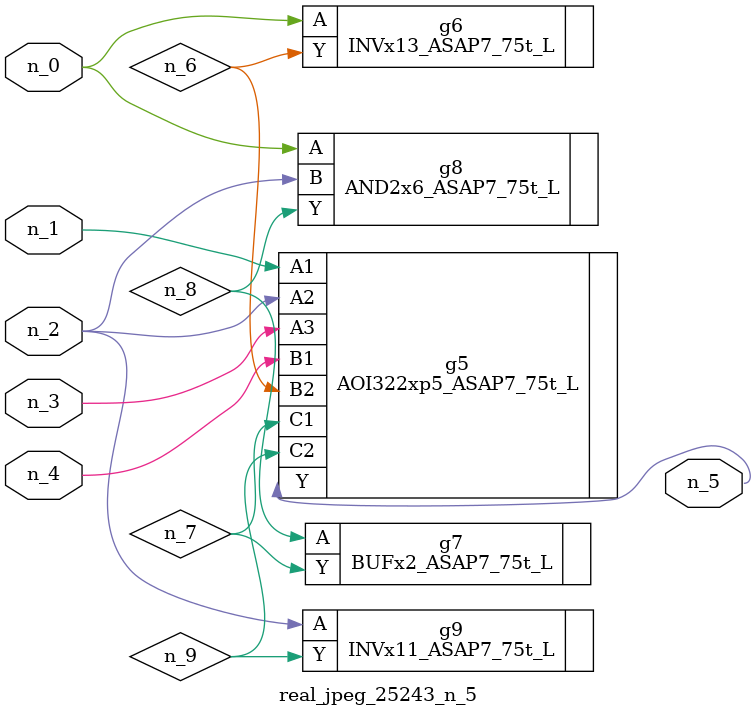
<source format=v>
module real_jpeg_25243_n_5 (n_4, n_0, n_1, n_2, n_3, n_5);

input n_4;
input n_0;
input n_1;
input n_2;
input n_3;

output n_5;

wire n_8;
wire n_6;
wire n_7;
wire n_9;

INVx13_ASAP7_75t_L g6 ( 
.A(n_0),
.Y(n_6)
);

AND2x6_ASAP7_75t_L g8 ( 
.A(n_0),
.B(n_2),
.Y(n_8)
);

AOI322xp5_ASAP7_75t_L g5 ( 
.A1(n_1),
.A2(n_2),
.A3(n_3),
.B1(n_4),
.B2(n_6),
.C1(n_7),
.C2(n_9),
.Y(n_5)
);

INVx11_ASAP7_75t_L g9 ( 
.A(n_2),
.Y(n_9)
);

BUFx2_ASAP7_75t_L g7 ( 
.A(n_8),
.Y(n_7)
);


endmodule
</source>
